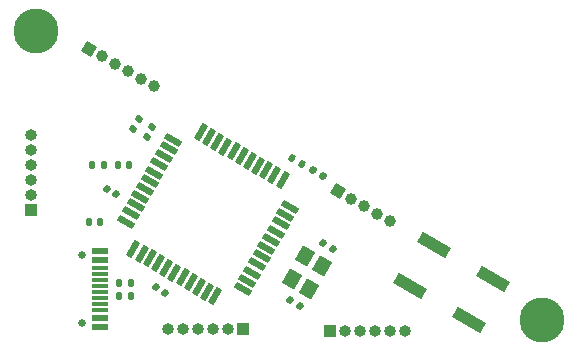
<source format=gts>
G04 #@! TF.GenerationSoftware,KiCad,Pcbnew,(6.0.2-0)*
G04 #@! TF.CreationDate,2023-03-22T17:56:31-04:00*
G04 #@! TF.ProjectId,motor_board,6d6f746f-725f-4626-9f61-72642e6b6963,rev?*
G04 #@! TF.SameCoordinates,Original*
G04 #@! TF.FileFunction,Soldermask,Top*
G04 #@! TF.FilePolarity,Negative*
%FSLAX46Y46*%
G04 Gerber Fmt 4.6, Leading zero omitted, Abs format (unit mm)*
G04 Created by KiCad (PCBNEW (6.0.2-0)) date 2023-03-22 17:56:31*
%MOMM*%
%LPD*%
G01*
G04 APERTURE LIST*
G04 Aperture macros list*
%AMRoundRect*
0 Rectangle with rounded corners*
0 $1 Rounding radius*
0 $2 $3 $4 $5 $6 $7 $8 $9 X,Y pos of 4 corners*
0 Add a 4 corners polygon primitive as box body*
4,1,4,$2,$3,$4,$5,$6,$7,$8,$9,$2,$3,0*
0 Add four circle primitives for the rounded corners*
1,1,$1+$1,$2,$3*
1,1,$1+$1,$4,$5*
1,1,$1+$1,$6,$7*
1,1,$1+$1,$8,$9*
0 Add four rect primitives between the rounded corners*
20,1,$1+$1,$2,$3,$4,$5,0*
20,1,$1+$1,$4,$5,$6,$7,0*
20,1,$1+$1,$6,$7,$8,$9,0*
20,1,$1+$1,$8,$9,$2,$3,0*%
%AMHorizOval*
0 Thick line with rounded ends*
0 $1 width*
0 $2 $3 position (X,Y) of the first rounded end (center of the circle)*
0 $4 $5 position (X,Y) of the second rounded end (center of the circle)*
0 Add line between two ends*
20,1,$1,$2,$3,$4,$5,0*
0 Add two circle primitives to create the rounded ends*
1,1,$1,$2,$3*
1,1,$1,$4,$5*%
%AMRotRect*
0 Rectangle, with rotation*
0 The origin of the aperture is its center*
0 $1 length*
0 $2 width*
0 $3 Rotation angle, in degrees counterclockwise*
0 Add horizontal line*
21,1,$1,$2,0,0,$3*%
G04 Aperture macros list end*
%ADD10RoundRect,0.135000X0.209413X0.092715X-0.024413X0.227715X-0.209413X-0.092715X0.024413X-0.227715X0*%
%ADD11RoundRect,0.147500X-0.213989X-0.075639X0.041489X-0.223139X0.213989X0.075639X-0.041489X0.223139X0*%
%ADD12RoundRect,0.135000X-0.135000X-0.185000X0.135000X-0.185000X0.135000X0.185000X-0.135000X0.185000X0*%
%ADD13RotRect,1.500000X0.550000X60.000000*%
%ADD14RotRect,1.500000X0.550000X150.000000*%
%ADD15RoundRect,0.135000X0.135000X0.185000X-0.135000X0.185000X-0.135000X-0.185000X0.135000X-0.185000X0*%
%ADD16RoundRect,0.140000X-0.077224X0.206244X-0.217224X-0.036244X0.077224X-0.206244X0.217224X0.036244X0*%
%ADD17C,3.800000*%
%ADD18RotRect,1.400000X1.200000X240.000000*%
%ADD19R,1.000000X1.000000*%
%ADD20O,1.000000X1.000000*%
%ADD21RoundRect,0.147500X-0.147500X-0.172500X0.147500X-0.172500X0.147500X0.172500X-0.147500X0.172500X0*%
%ADD22RoundRect,0.140000X0.140000X0.170000X-0.140000X0.170000X-0.140000X-0.170000X0.140000X-0.170000X0*%
%ADD23C,0.650000*%
%ADD24R,1.450000X0.600000*%
%ADD25R,1.450000X0.300000*%
%ADD26RoundRect,0.140000X0.206244X0.077224X-0.036244X0.217224X-0.206244X-0.077224X0.036244X-0.217224X0*%
%ADD27RotRect,1.000000X1.000000X60.000000*%
%ADD28HorizOval,1.000000X0.000000X0.000000X0.000000X0.000000X0*%
%ADD29RoundRect,0.140000X-0.206244X-0.077224X0.036244X-0.217224X0.206244X0.077224X-0.036244X0.217224X0*%
%ADD30RotRect,2.750000X1.000000X150.000000*%
G04 APERTURE END LIST*
D10*
X63741673Y-90185000D03*
X62858327Y-89675000D03*
D11*
X64669978Y-90697500D03*
X65510022Y-91182500D03*
D12*
X48220000Y-101360000D03*
X49240000Y-101360000D03*
D13*
X49435898Y-97366345D03*
X50128719Y-97766345D03*
X50821539Y-98166345D03*
X51514359Y-98566345D03*
X52207180Y-98966345D03*
X52900000Y-99366345D03*
X53592820Y-99766345D03*
X54285641Y-100166345D03*
X54978461Y-100566345D03*
X55671281Y-100966345D03*
X56364102Y-101366345D03*
D14*
X58686345Y-100744102D03*
X59086345Y-100051281D03*
X59486345Y-99358461D03*
X59886345Y-98665641D03*
X60286345Y-97972820D03*
X60686345Y-97280000D03*
X61086345Y-96587180D03*
X61486345Y-95894359D03*
X61886345Y-95201539D03*
X62286345Y-94508719D03*
X62686345Y-93815898D03*
D13*
X62064102Y-91493655D03*
X61371281Y-91093655D03*
X60678461Y-90693655D03*
X59985641Y-90293655D03*
X59292820Y-89893655D03*
X58600000Y-89493655D03*
X57907180Y-89093655D03*
X57214359Y-88693655D03*
X56521539Y-88293655D03*
X55828719Y-87893655D03*
X55135898Y-87493655D03*
D14*
X52813655Y-88115898D03*
X52413655Y-88808719D03*
X52013655Y-89501539D03*
X51613655Y-90194359D03*
X51213655Y-90887180D03*
X50813655Y-91580000D03*
X50413655Y-92272820D03*
X50013655Y-92965641D03*
X49613655Y-93658461D03*
X49213655Y-94351281D03*
X48813655Y-95044102D03*
D15*
X46980000Y-90270000D03*
X45960000Y-90270000D03*
D16*
X51040000Y-87044308D03*
X50560000Y-87875692D03*
D17*
X84010000Y-103390000D03*
D18*
X63963878Y-97982372D03*
X62863878Y-99887628D03*
X64336122Y-100737628D03*
X65436122Y-98832372D03*
D19*
X66085000Y-104290000D03*
D20*
X67355000Y-104290000D03*
X68625000Y-104290000D03*
X69895000Y-104290000D03*
X71165000Y-104290000D03*
X72435000Y-104290000D03*
D21*
X48105000Y-90270000D03*
X49075000Y-90270000D03*
D22*
X46590000Y-95050000D03*
X45630000Y-95050000D03*
D23*
X45115000Y-97850000D03*
X45115000Y-103630000D03*
D24*
X46560000Y-97515000D03*
X46560000Y-98290000D03*
D25*
X46560000Y-98990000D03*
X46560000Y-99490000D03*
X46560000Y-99990000D03*
X46560000Y-100490000D03*
X46560000Y-100990000D03*
X46560000Y-101490000D03*
X46560000Y-101990000D03*
X46560000Y-102490000D03*
D24*
X46560000Y-103190000D03*
X46560000Y-103965000D03*
D26*
X63515692Y-102170000D03*
X62684308Y-101690000D03*
D12*
X48220000Y-100240000D03*
X49240000Y-100240000D03*
D16*
X49900000Y-86354308D03*
X49420000Y-87185692D03*
D26*
X47995692Y-92730000D03*
X47164308Y-92250000D03*
D19*
X40800000Y-94035000D03*
D20*
X40800000Y-92765000D03*
X40800000Y-91495000D03*
X40800000Y-90225000D03*
X40800000Y-88955000D03*
X40800000Y-87685000D03*
D26*
X52135692Y-101070000D03*
X51304308Y-100590000D03*
D27*
X45660369Y-80422500D03*
D28*
X46760221Y-81057500D03*
X47860074Y-81692500D03*
X48959926Y-82327500D03*
X50059778Y-82962500D03*
X51159630Y-83597500D03*
D27*
X66730000Y-92490000D03*
D28*
X67829852Y-93125000D03*
X68929705Y-93760000D03*
X70029557Y-94395000D03*
X71129409Y-95030000D03*
D29*
X65464308Y-96890000D03*
X66295692Y-97370000D03*
D19*
X58705000Y-104110000D03*
D20*
X57435000Y-104110000D03*
X56165000Y-104110000D03*
X54895000Y-104110000D03*
X53625000Y-104110000D03*
X52355000Y-104110000D03*
D17*
X41200000Y-78870000D03*
D30*
X72845847Y-100492051D03*
X77834153Y-103372051D03*
X74845847Y-97027949D03*
X79834153Y-99907949D03*
M02*

</source>
